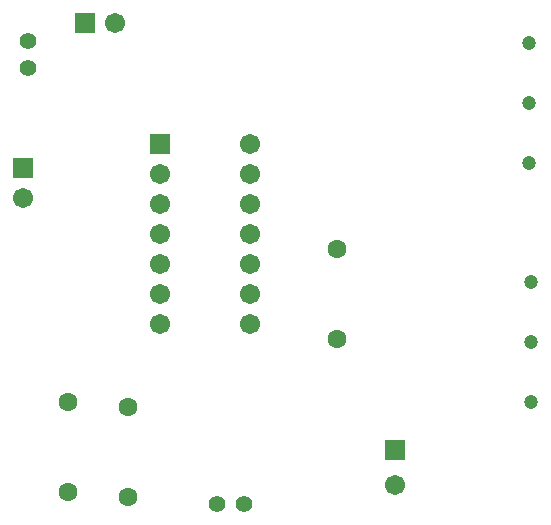
<source format=gbs>
G04 Layer_Color=16711935*
%FSAX25Y25*%
%MOIN*%
G70*
G01*
G75*
%ADD22C,0.05524*%
%ADD23R,0.06706X0.06706*%
%ADD24C,0.06706*%
%ADD25C,0.06312*%
%ADD26C,0.04737*%
%ADD27R,0.06706X0.06706*%
D22*
X0214000Y0460276D02*
D03*
Y0469331D02*
D03*
X0286224Y0315000D02*
D03*
X0277169D02*
D03*
D23*
X0257980Y0435118D02*
D03*
X0233000Y0475500D02*
D03*
D24*
X0257980Y0425118D02*
D03*
Y0415118D02*
D03*
Y0405118D02*
D03*
Y0395118D02*
D03*
Y0385118D02*
D03*
Y0375118D02*
D03*
X0287980Y0435118D02*
D03*
Y0425118D02*
D03*
Y0415118D02*
D03*
Y0405118D02*
D03*
Y0395118D02*
D03*
Y0385118D02*
D03*
Y0375118D02*
D03*
X0336500Y0321500D02*
D03*
X0212500Y0417000D02*
D03*
X0243000Y0475500D02*
D03*
D25*
X0317000Y0370000D02*
D03*
Y0400000D02*
D03*
X0247500Y0317500D02*
D03*
Y0347500D02*
D03*
X0227500Y0319000D02*
D03*
Y0349000D02*
D03*
D26*
X0381122Y0428677D02*
D03*
Y0448677D02*
D03*
Y0468677D02*
D03*
X0381622Y0349177D02*
D03*
Y0369177D02*
D03*
Y0389177D02*
D03*
D27*
X0336500Y0333000D02*
D03*
X0212500Y0427000D02*
D03*
M02*

</source>
